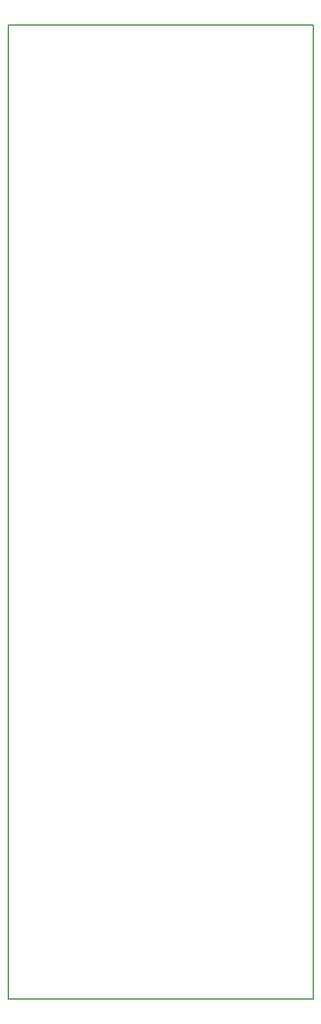
<source format=gbr>
G04 #@! TF.FileFunction,Profile,NP*
%FSLAX46Y46*%
G04 Gerber Fmt 4.6, Leading zero omitted, Abs format (unit mm)*
G04 Created by KiCad (PCBNEW 4.0.1-stable) date Samstag, 17. Dezember 2016 'u05' 12:05:26*
%MOMM*%
G01*
G04 APERTURE LIST*
%ADD10C,0.150000*%
G04 APERTURE END LIST*
D10*
X121025000Y-32050000D02*
X121025000Y-32125000D01*
X80750000Y-32050000D02*
X121025000Y-32050000D01*
X80750000Y-160500000D02*
X80750000Y-32050000D01*
X121025000Y-160500000D02*
X80750000Y-160500000D01*
X121025000Y-160500000D02*
X121025000Y-32100000D01*
M02*

</source>
